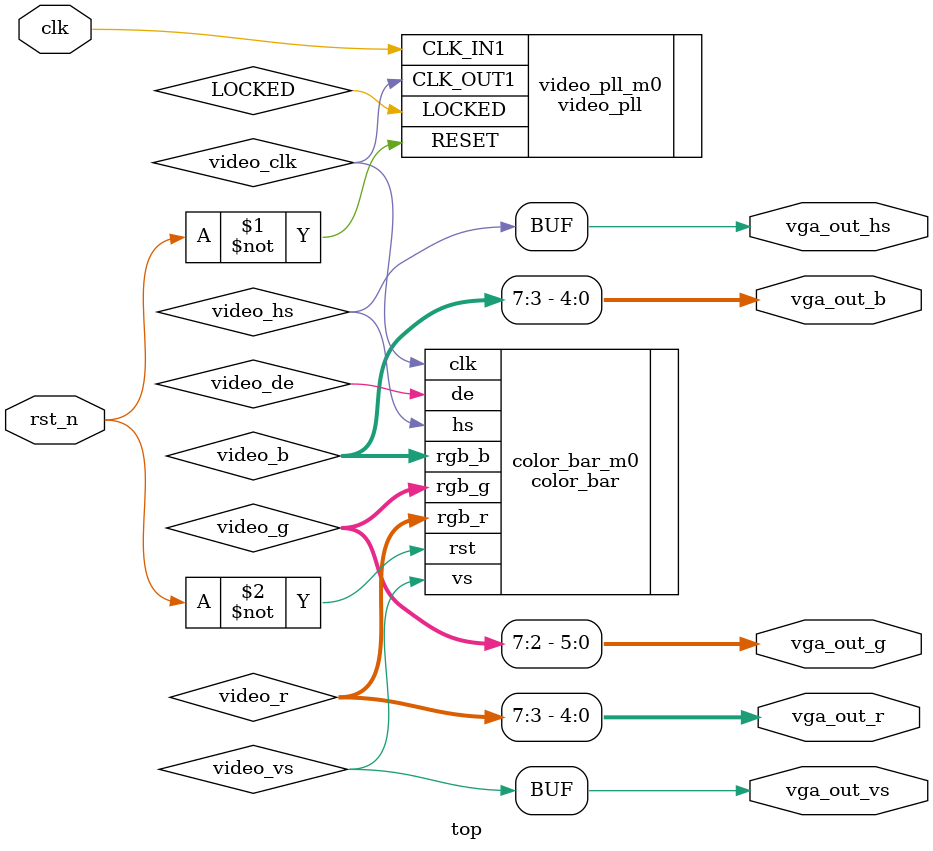
<source format=v>
`timescale 1ns / 1ps

//================================================================================
//  Revision History:
//  Date          By            Revision    Change Description
//--------------------------------------------------------------------------------
//2017/7/20                    1.0          Original
//*******************************************************************************/
module top(
	input                       clk,
	input                       rst_n,
	//vga output        
	output                      vga_out_hs, //vga horizontal synchronization         
	output                      vga_out_vs, //vga vertical synchronization                  
	output[4:0]                 vga_out_r,  //vga red
	output[5:0]                 vga_out_g,  //vga green
	output[4:0]                 vga_out_b   //vga blue
	
);

wire                            video_clk;
wire                            video_hs;
wire                            video_vs;
wire                            video_de;
wire[7:0]                       video_r;
wire[7:0]                       video_g;
wire[7:0]                       video_b;

assign vga_out_hs = video_hs;
assign vga_out_vs = video_vs;
assign vga_out_r  = video_r[7:3]; //discard low bit data
assign vga_out_g  = video_g[7:2]; //discard low bit data
assign vga_out_b  = video_b[7:3]; //discard low bit data

//generate video pixel clock
video_pll video_pll_m0(
	.CLK_IN1(clk),
	.CLK_OUT1(video_clk),
	.RESET(~rst_n),
	.LOCKED(LOCKED)
	);
color_bar color_bar_m0(
	.clk(video_clk),
	.rst(~rst_n),
	.hs(video_hs),
	.vs(video_vs),
	.de(video_de),
	.rgb_r(video_r),
	.rgb_g(video_g),
	.rgb_b(video_b)
);
endmodule
</source>
